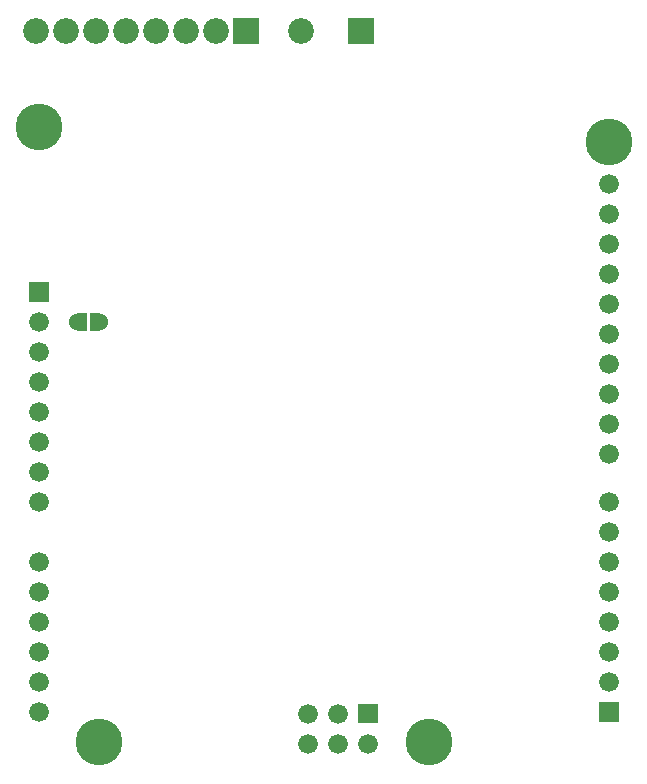
<source format=gbr>
G04 start of page 7 for group -4062 idx -4062 *
G04 Title: (unknown), soldermask *
G04 Creator: pcb 20140316 *
G04 CreationDate: Thu 27 Apr 2017 04:43:42 AM GMT UTC *
G04 For: railfan *
G04 Format: Gerber/RS-274X *
G04 PCB-Dimensions (mil): 2100.00 2700.00 *
G04 PCB-Coordinate-Origin: lower left *
%MOIN*%
%FSLAX25Y25*%
%LNBOTTOMMASK*%
%ADD69R,0.0300X0.0300*%
%ADD68C,0.0600*%
%ADD67C,0.0860*%
%ADD66C,0.1560*%
%ADD65C,0.0660*%
%ADD64C,0.0001*%
G54D64*G36*
X196700Y23300D02*Y16700D01*
X203300D01*
Y23300D01*
X196700D01*
G37*
G54D65*X200000Y30000D03*
Y40000D03*
Y50000D03*
Y60000D03*
Y70000D03*
G54D66*X140000Y10000D03*
G54D65*X119803Y9449D03*
X109803D03*
X99803D03*
G54D64*G36*
X116503Y22749D02*Y16149D01*
X123103D01*
Y22749D01*
X116503D01*
G37*
G54D65*X109803Y19449D03*
X99803D03*
X10000Y130000D03*
Y120000D03*
Y110000D03*
Y100000D03*
Y90000D03*
Y70000D03*
Y60000D03*
Y50000D03*
Y40000D03*
Y30000D03*
Y20000D03*
G54D66*X30000Y10000D03*
G54D65*X200000Y80000D03*
Y90000D03*
Y106000D03*
Y116000D03*
Y126000D03*
Y136000D03*
Y146000D03*
Y156000D03*
Y166000D03*
Y176000D03*
Y186000D03*
Y196000D03*
G54D66*Y210000D03*
G54D64*G36*
X6700Y163300D02*Y156700D01*
X13300D01*
Y163300D01*
X6700D01*
G37*
G54D65*X10000Y150000D03*
Y140000D03*
G54D66*Y215000D03*
G54D67*X59000Y247000D03*
X49000D03*
X39000D03*
X29000D03*
X19000D03*
X9000D03*
G54D64*G36*
X113200Y251300D02*Y242700D01*
X121800D01*
Y251300D01*
X113200D01*
G37*
G36*
X74700D02*Y242700D01*
X83300D01*
Y251300D01*
X74700D01*
G37*
G54D67*X69000Y247000D03*
X97500D03*
G54D68*X29900Y150000D03*
G54D69*X28400Y151500D02*Y148500D01*
G54D68*X23100Y150000D03*
G54D69*X24600Y151500D02*Y148500D01*
M02*

</source>
